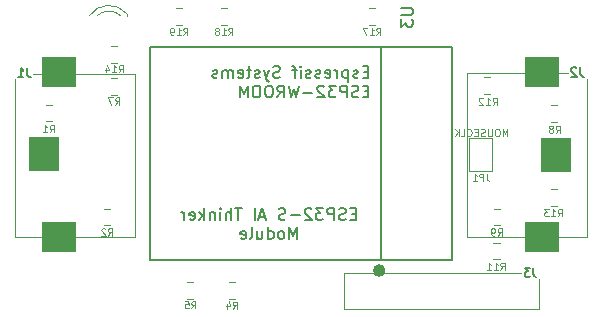
<source format=gbr>
G04 #@! TF.GenerationSoftware,KiCad,Pcbnew,(6.0.1-0)*
G04 #@! TF.CreationDate,2022-03-09T23:30:53+00:00*
G04 #@! TF.ProjectId,sharpkey,73686172-706b-4657-992e-6b696361645f,1.3*
G04 #@! TF.SameCoordinates,Original*
G04 #@! TF.FileFunction,Legend,Bot*
G04 #@! TF.FilePolarity,Positive*
%FSLAX46Y46*%
G04 Gerber Fmt 4.6, Leading zero omitted, Abs format (unit mm)*
G04 Created by KiCad (PCBNEW (6.0.1-0)) date 2022-03-09 23:30:53*
%MOMM*%
%LPD*%
G01*
G04 APERTURE LIST*
%ADD10C,0.120000*%
%ADD11C,0.200000*%
%ADD12C,0.150000*%
%ADD13C,0.100000*%
%ADD14C,0.500000*%
%ADD15R,2.500000X3.000000*%
%ADD16R,3.000000X2.500000*%
G04 APERTURE END LIST*
D10*
X99160000Y-100300000D02*
X99170000Y-86950000D01*
X93620000Y-103360000D02*
X78620000Y-103360000D01*
X59750000Y-81580000D02*
G75*
G03*
X57670000Y-81580000I-1040000J-1085463D01*
G01*
X60270000Y-81590000D02*
X60270000Y-81420000D01*
X89020000Y-100290000D02*
X99160000Y-100300000D01*
X50765000Y-100300000D02*
X50775000Y-86950000D01*
X97600000Y-86360000D02*
X89020000Y-86360000D01*
X60925000Y-86470000D02*
X52300000Y-86470000D01*
X95120000Y-106360000D02*
X78620000Y-106360000D01*
X60925000Y-86470000D02*
X60925000Y-100300000D01*
X60257536Y-81405429D02*
G75*
G03*
X57030000Y-81590000I-1547264J-1255216D01*
G01*
X50765000Y-100300000D02*
X60905000Y-100310000D01*
X95120000Y-106360000D02*
X95120000Y-103850000D01*
X89020000Y-86360000D02*
X89020000Y-100290000D01*
X78620000Y-103360000D02*
X78620000Y-106360000D01*
D11*
X79613333Y-98323571D02*
X79280000Y-98323571D01*
X79137142Y-98847380D02*
X79613333Y-98847380D01*
X79613333Y-97847380D01*
X79137142Y-97847380D01*
X78756190Y-98799761D02*
X78613333Y-98847380D01*
X78375238Y-98847380D01*
X78280000Y-98799761D01*
X78232380Y-98752142D01*
X78184761Y-98656904D01*
X78184761Y-98561666D01*
X78232380Y-98466428D01*
X78280000Y-98418809D01*
X78375238Y-98371190D01*
X78565714Y-98323571D01*
X78660952Y-98275952D01*
X78708571Y-98228333D01*
X78756190Y-98133095D01*
X78756190Y-98037857D01*
X78708571Y-97942619D01*
X78660952Y-97895000D01*
X78565714Y-97847380D01*
X78327619Y-97847380D01*
X78184761Y-97895000D01*
X77756190Y-98847380D02*
X77756190Y-97847380D01*
X77375238Y-97847380D01*
X77280000Y-97895000D01*
X77232380Y-97942619D01*
X77184761Y-98037857D01*
X77184761Y-98180714D01*
X77232380Y-98275952D01*
X77280000Y-98323571D01*
X77375238Y-98371190D01*
X77756190Y-98371190D01*
X76851428Y-97847380D02*
X76232380Y-97847380D01*
X76565714Y-98228333D01*
X76422857Y-98228333D01*
X76327619Y-98275952D01*
X76280000Y-98323571D01*
X76232380Y-98418809D01*
X76232380Y-98656904D01*
X76280000Y-98752142D01*
X76327619Y-98799761D01*
X76422857Y-98847380D01*
X76708571Y-98847380D01*
X76803809Y-98799761D01*
X76851428Y-98752142D01*
X75851428Y-97942619D02*
X75803809Y-97895000D01*
X75708571Y-97847380D01*
X75470476Y-97847380D01*
X75375238Y-97895000D01*
X75327619Y-97942619D01*
X75280000Y-98037857D01*
X75280000Y-98133095D01*
X75327619Y-98275952D01*
X75899047Y-98847380D01*
X75280000Y-98847380D01*
X74851428Y-98466428D02*
X74089523Y-98466428D01*
X73660952Y-98799761D02*
X73518095Y-98847380D01*
X73280000Y-98847380D01*
X73184761Y-98799761D01*
X73137142Y-98752142D01*
X73089523Y-98656904D01*
X73089523Y-98561666D01*
X73137142Y-98466428D01*
X73184761Y-98418809D01*
X73280000Y-98371190D01*
X73470476Y-98323571D01*
X73565714Y-98275952D01*
X73613333Y-98228333D01*
X73660952Y-98133095D01*
X73660952Y-98037857D01*
X73613333Y-97942619D01*
X73565714Y-97895000D01*
X73470476Y-97847380D01*
X73232380Y-97847380D01*
X73089523Y-97895000D01*
X71946666Y-98561666D02*
X71470476Y-98561666D01*
X72041904Y-98847380D02*
X71708571Y-97847380D01*
X71375238Y-98847380D01*
X71041904Y-98847380D02*
X71041904Y-97847380D01*
X69946666Y-97847380D02*
X69375238Y-97847380D01*
X69660952Y-98847380D02*
X69660952Y-97847380D01*
X69041904Y-98847380D02*
X69041904Y-97847380D01*
X68613333Y-98847380D02*
X68613333Y-98323571D01*
X68660952Y-98228333D01*
X68756190Y-98180714D01*
X68899047Y-98180714D01*
X68994285Y-98228333D01*
X69041904Y-98275952D01*
X68137142Y-98847380D02*
X68137142Y-98180714D01*
X68137142Y-97847380D02*
X68184761Y-97895000D01*
X68137142Y-97942619D01*
X68089523Y-97895000D01*
X68137142Y-97847380D01*
X68137142Y-97942619D01*
X67660952Y-98180714D02*
X67660952Y-98847380D01*
X67660952Y-98275952D02*
X67613333Y-98228333D01*
X67518095Y-98180714D01*
X67375238Y-98180714D01*
X67280000Y-98228333D01*
X67232380Y-98323571D01*
X67232380Y-98847380D01*
X66756190Y-98847380D02*
X66756190Y-97847380D01*
X66660952Y-98466428D02*
X66375238Y-98847380D01*
X66375238Y-98180714D02*
X66756190Y-98561666D01*
X65565714Y-98799761D02*
X65660952Y-98847380D01*
X65851428Y-98847380D01*
X65946666Y-98799761D01*
X65994285Y-98704523D01*
X65994285Y-98323571D01*
X65946666Y-98228333D01*
X65851428Y-98180714D01*
X65660952Y-98180714D01*
X65565714Y-98228333D01*
X65518095Y-98323571D01*
X65518095Y-98418809D01*
X65994285Y-98514047D01*
X65089523Y-98847380D02*
X65089523Y-98180714D01*
X65089523Y-98371190D02*
X65041904Y-98275952D01*
X64994285Y-98228333D01*
X64899047Y-98180714D01*
X64803809Y-98180714D01*
X74660952Y-100457380D02*
X74660952Y-99457380D01*
X74327619Y-100171666D01*
X73994285Y-99457380D01*
X73994285Y-100457380D01*
X73375238Y-100457380D02*
X73470476Y-100409761D01*
X73518095Y-100362142D01*
X73565714Y-100266904D01*
X73565714Y-99981190D01*
X73518095Y-99885952D01*
X73470476Y-99838333D01*
X73375238Y-99790714D01*
X73232380Y-99790714D01*
X73137142Y-99838333D01*
X73089523Y-99885952D01*
X73041904Y-99981190D01*
X73041904Y-100266904D01*
X73089523Y-100362142D01*
X73137142Y-100409761D01*
X73232380Y-100457380D01*
X73375238Y-100457380D01*
X72184761Y-100457380D02*
X72184761Y-99457380D01*
X72184761Y-100409761D02*
X72280000Y-100457380D01*
X72470476Y-100457380D01*
X72565714Y-100409761D01*
X72613333Y-100362142D01*
X72660952Y-100266904D01*
X72660952Y-99981190D01*
X72613333Y-99885952D01*
X72565714Y-99838333D01*
X72470476Y-99790714D01*
X72280000Y-99790714D01*
X72184761Y-99838333D01*
X71280000Y-99790714D02*
X71280000Y-100457380D01*
X71708571Y-99790714D02*
X71708571Y-100314523D01*
X71660952Y-100409761D01*
X71565714Y-100457380D01*
X71422857Y-100457380D01*
X71327619Y-100409761D01*
X71280000Y-100362142D01*
X70660952Y-100457380D02*
X70756190Y-100409761D01*
X70803809Y-100314523D01*
X70803809Y-99457380D01*
X69899047Y-100409761D02*
X69994285Y-100457380D01*
X70184761Y-100457380D01*
X70280000Y-100409761D01*
X70327619Y-100314523D01*
X70327619Y-99933571D01*
X70280000Y-99838333D01*
X70184761Y-99790714D01*
X69994285Y-99790714D01*
X69899047Y-99838333D01*
X69851428Y-99933571D01*
X69851428Y-100028809D01*
X70327619Y-100124047D01*
D12*
X98616666Y-85911904D02*
X98616666Y-86483333D01*
X98654761Y-86597619D01*
X98730952Y-86673809D01*
X98845238Y-86711904D01*
X98921428Y-86711904D01*
X98273809Y-85988095D02*
X98235714Y-85950000D01*
X98159523Y-85911904D01*
X97969047Y-85911904D01*
X97892857Y-85950000D01*
X97854761Y-85988095D01*
X97816666Y-86064285D01*
X97816666Y-86140476D01*
X97854761Y-86254761D01*
X98311904Y-86711904D01*
X97816666Y-86711904D01*
X94633333Y-102936666D02*
X94633333Y-103436666D01*
X94666666Y-103536666D01*
X94733333Y-103603333D01*
X94833333Y-103636666D01*
X94900000Y-103636666D01*
X94366666Y-102936666D02*
X93933333Y-102936666D01*
X94166666Y-103203333D01*
X94066666Y-103203333D01*
X94000000Y-103236666D01*
X93966666Y-103270000D01*
X93933333Y-103336666D01*
X93933333Y-103503333D01*
X93966666Y-103570000D01*
X94000000Y-103603333D01*
X94066666Y-103636666D01*
X94266666Y-103636666D01*
X94333333Y-103603333D01*
X94366666Y-103570000D01*
X51816666Y-85961904D02*
X51816666Y-86533333D01*
X51854761Y-86647619D01*
X51930952Y-86723809D01*
X52045238Y-86761904D01*
X52121428Y-86761904D01*
X51016666Y-86761904D02*
X51473809Y-86761904D01*
X51245238Y-86761904D02*
X51245238Y-85961904D01*
X51321428Y-86076190D01*
X51397619Y-86152380D01*
X51473809Y-86190476D01*
D13*
X53700000Y-91421428D02*
X53900000Y-91135714D01*
X54042857Y-91421428D02*
X54042857Y-90821428D01*
X53814285Y-90821428D01*
X53757142Y-90850000D01*
X53728571Y-90878571D01*
X53700000Y-90935714D01*
X53700000Y-91021428D01*
X53728571Y-91078571D01*
X53757142Y-91107142D01*
X53814285Y-91135714D01*
X54042857Y-91135714D01*
X53128571Y-91421428D02*
X53471428Y-91421428D01*
X53300000Y-91421428D02*
X53300000Y-90821428D01*
X53357142Y-90907142D01*
X53414285Y-90964285D01*
X53471428Y-90992857D01*
X58640000Y-100161428D02*
X58840000Y-99875714D01*
X58982857Y-100161428D02*
X58982857Y-99561428D01*
X58754285Y-99561428D01*
X58697142Y-99590000D01*
X58668571Y-99618571D01*
X58640000Y-99675714D01*
X58640000Y-99761428D01*
X58668571Y-99818571D01*
X58697142Y-99847142D01*
X58754285Y-99875714D01*
X58982857Y-99875714D01*
X58411428Y-99618571D02*
X58382857Y-99590000D01*
X58325714Y-99561428D01*
X58182857Y-99561428D01*
X58125714Y-99590000D01*
X58097142Y-99618571D01*
X58068571Y-99675714D01*
X58068571Y-99732857D01*
X58097142Y-99818571D01*
X58440000Y-100161428D01*
X58068571Y-100161428D01*
X69210000Y-106351428D02*
X69410000Y-106065714D01*
X69552857Y-106351428D02*
X69552857Y-105751428D01*
X69324285Y-105751428D01*
X69267142Y-105780000D01*
X69238571Y-105808571D01*
X69210000Y-105865714D01*
X69210000Y-105951428D01*
X69238571Y-106008571D01*
X69267142Y-106037142D01*
X69324285Y-106065714D01*
X69552857Y-106065714D01*
X68695714Y-105951428D02*
X68695714Y-106351428D01*
X68838571Y-105722857D02*
X68981428Y-106151428D01*
X68610000Y-106151428D01*
X65700000Y-106321428D02*
X65900000Y-106035714D01*
X66042857Y-106321428D02*
X66042857Y-105721428D01*
X65814285Y-105721428D01*
X65757142Y-105750000D01*
X65728571Y-105778571D01*
X65700000Y-105835714D01*
X65700000Y-105921428D01*
X65728571Y-105978571D01*
X65757142Y-106007142D01*
X65814285Y-106035714D01*
X66042857Y-106035714D01*
X65157142Y-105721428D02*
X65442857Y-105721428D01*
X65471428Y-106007142D01*
X65442857Y-105978571D01*
X65385714Y-105950000D01*
X65242857Y-105950000D01*
X65185714Y-105978571D01*
X65157142Y-106007142D01*
X65128571Y-106064285D01*
X65128571Y-106207142D01*
X65157142Y-106264285D01*
X65185714Y-106292857D01*
X65242857Y-106321428D01*
X65385714Y-106321428D01*
X65442857Y-106292857D01*
X65471428Y-106264285D01*
X59250000Y-89071428D02*
X59450000Y-88785714D01*
X59592857Y-89071428D02*
X59592857Y-88471428D01*
X59364285Y-88471428D01*
X59307142Y-88500000D01*
X59278571Y-88528571D01*
X59250000Y-88585714D01*
X59250000Y-88671428D01*
X59278571Y-88728571D01*
X59307142Y-88757142D01*
X59364285Y-88785714D01*
X59592857Y-88785714D01*
X59050000Y-88471428D02*
X58650000Y-88471428D01*
X58907142Y-89071428D01*
X96530000Y-91471428D02*
X96730000Y-91185714D01*
X96872857Y-91471428D02*
X96872857Y-90871428D01*
X96644285Y-90871428D01*
X96587142Y-90900000D01*
X96558571Y-90928571D01*
X96530000Y-90985714D01*
X96530000Y-91071428D01*
X96558571Y-91128571D01*
X96587142Y-91157142D01*
X96644285Y-91185714D01*
X96872857Y-91185714D01*
X96187142Y-91128571D02*
X96244285Y-91100000D01*
X96272857Y-91071428D01*
X96301428Y-91014285D01*
X96301428Y-90985714D01*
X96272857Y-90928571D01*
X96244285Y-90900000D01*
X96187142Y-90871428D01*
X96072857Y-90871428D01*
X96015714Y-90900000D01*
X95987142Y-90928571D01*
X95958571Y-90985714D01*
X95958571Y-91014285D01*
X95987142Y-91071428D01*
X96015714Y-91100000D01*
X96072857Y-91128571D01*
X96187142Y-91128571D01*
X96244285Y-91157142D01*
X96272857Y-91185714D01*
X96301428Y-91242857D01*
X96301428Y-91357142D01*
X96272857Y-91414285D01*
X96244285Y-91442857D01*
X96187142Y-91471428D01*
X96072857Y-91471428D01*
X96015714Y-91442857D01*
X95987142Y-91414285D01*
X95958571Y-91357142D01*
X95958571Y-91242857D01*
X95987142Y-91185714D01*
X96015714Y-91157142D01*
X96072857Y-91128571D01*
X96715714Y-98551428D02*
X96915714Y-98265714D01*
X97058571Y-98551428D02*
X97058571Y-97951428D01*
X96830000Y-97951428D01*
X96772857Y-97980000D01*
X96744285Y-98008571D01*
X96715714Y-98065714D01*
X96715714Y-98151428D01*
X96744285Y-98208571D01*
X96772857Y-98237142D01*
X96830000Y-98265714D01*
X97058571Y-98265714D01*
X96144285Y-98551428D02*
X96487142Y-98551428D01*
X96315714Y-98551428D02*
X96315714Y-97951428D01*
X96372857Y-98037142D01*
X96430000Y-98094285D01*
X96487142Y-98122857D01*
X95944285Y-97951428D02*
X95572857Y-97951428D01*
X95772857Y-98180000D01*
X95687142Y-98180000D01*
X95630000Y-98208571D01*
X95601428Y-98237142D01*
X95572857Y-98294285D01*
X95572857Y-98437142D01*
X95601428Y-98494285D01*
X95630000Y-98522857D01*
X95687142Y-98551428D01*
X95858571Y-98551428D01*
X95915714Y-98522857D01*
X95944285Y-98494285D01*
X91195714Y-89101428D02*
X91395714Y-88815714D01*
X91538571Y-89101428D02*
X91538571Y-88501428D01*
X91310000Y-88501428D01*
X91252857Y-88530000D01*
X91224285Y-88558571D01*
X91195714Y-88615714D01*
X91195714Y-88701428D01*
X91224285Y-88758571D01*
X91252857Y-88787142D01*
X91310000Y-88815714D01*
X91538571Y-88815714D01*
X90624285Y-89101428D02*
X90967142Y-89101428D01*
X90795714Y-89101428D02*
X90795714Y-88501428D01*
X90852857Y-88587142D01*
X90910000Y-88644285D01*
X90967142Y-88672857D01*
X90395714Y-88558571D02*
X90367142Y-88530000D01*
X90310000Y-88501428D01*
X90167142Y-88501428D01*
X90110000Y-88530000D01*
X90081428Y-88558571D01*
X90052857Y-88615714D01*
X90052857Y-88672857D01*
X90081428Y-88758571D01*
X90424285Y-89101428D01*
X90052857Y-89101428D01*
X81355714Y-83181428D02*
X81555714Y-82895714D01*
X81698571Y-83181428D02*
X81698571Y-82581428D01*
X81470000Y-82581428D01*
X81412857Y-82610000D01*
X81384285Y-82638571D01*
X81355714Y-82695714D01*
X81355714Y-82781428D01*
X81384285Y-82838571D01*
X81412857Y-82867142D01*
X81470000Y-82895714D01*
X81698571Y-82895714D01*
X80784285Y-83181428D02*
X81127142Y-83181428D01*
X80955714Y-83181428D02*
X80955714Y-82581428D01*
X81012857Y-82667142D01*
X81070000Y-82724285D01*
X81127142Y-82752857D01*
X80584285Y-82581428D02*
X80184285Y-82581428D01*
X80441428Y-83181428D01*
X91620000Y-100161428D02*
X91820000Y-99875714D01*
X91962857Y-100161428D02*
X91962857Y-99561428D01*
X91734285Y-99561428D01*
X91677142Y-99590000D01*
X91648571Y-99618571D01*
X91620000Y-99675714D01*
X91620000Y-99761428D01*
X91648571Y-99818571D01*
X91677142Y-99847142D01*
X91734285Y-99875714D01*
X91962857Y-99875714D01*
X91334285Y-100161428D02*
X91220000Y-100161428D01*
X91162857Y-100132857D01*
X91134285Y-100104285D01*
X91077142Y-100018571D01*
X91048571Y-99904285D01*
X91048571Y-99675714D01*
X91077142Y-99618571D01*
X91105714Y-99590000D01*
X91162857Y-99561428D01*
X91277142Y-99561428D01*
X91334285Y-99590000D01*
X91362857Y-99618571D01*
X91391428Y-99675714D01*
X91391428Y-99818571D01*
X91362857Y-99875714D01*
X91334285Y-99904285D01*
X91277142Y-99932857D01*
X91162857Y-99932857D01*
X91105714Y-99904285D01*
X91077142Y-99875714D01*
X91048571Y-99818571D01*
D12*
X83449380Y-80901095D02*
X84258904Y-80901095D01*
X84354142Y-80948714D01*
X84401761Y-80996333D01*
X84449380Y-81091571D01*
X84449380Y-81282047D01*
X84401761Y-81377285D01*
X84354142Y-81424904D01*
X84258904Y-81472523D01*
X83449380Y-81472523D01*
X83449380Y-81853476D02*
X83449380Y-82472523D01*
X83830333Y-82139190D01*
X83830333Y-82282047D01*
X83877952Y-82377285D01*
X83925571Y-82424904D01*
X84020809Y-82472523D01*
X84258904Y-82472523D01*
X84354142Y-82424904D01*
X84401761Y-82377285D01*
X84449380Y-82282047D01*
X84449380Y-81996333D01*
X84401761Y-81901095D01*
X84354142Y-81853476D01*
X80686380Y-87941571D02*
X80353047Y-87941571D01*
X80210190Y-88465380D02*
X80686380Y-88465380D01*
X80686380Y-87465380D01*
X80210190Y-87465380D01*
X79829238Y-88417761D02*
X79686380Y-88465380D01*
X79448285Y-88465380D01*
X79353047Y-88417761D01*
X79305428Y-88370142D01*
X79257809Y-88274904D01*
X79257809Y-88179666D01*
X79305428Y-88084428D01*
X79353047Y-88036809D01*
X79448285Y-87989190D01*
X79638761Y-87941571D01*
X79734000Y-87893952D01*
X79781619Y-87846333D01*
X79829238Y-87751095D01*
X79829238Y-87655857D01*
X79781619Y-87560619D01*
X79734000Y-87513000D01*
X79638761Y-87465380D01*
X79400666Y-87465380D01*
X79257809Y-87513000D01*
X78829238Y-88465380D02*
X78829238Y-87465380D01*
X78448285Y-87465380D01*
X78353047Y-87513000D01*
X78305428Y-87560619D01*
X78257809Y-87655857D01*
X78257809Y-87798714D01*
X78305428Y-87893952D01*
X78353047Y-87941571D01*
X78448285Y-87989190D01*
X78829238Y-87989190D01*
X77924476Y-87465380D02*
X77305428Y-87465380D01*
X77638761Y-87846333D01*
X77495904Y-87846333D01*
X77400666Y-87893952D01*
X77353047Y-87941571D01*
X77305428Y-88036809D01*
X77305428Y-88274904D01*
X77353047Y-88370142D01*
X77400666Y-88417761D01*
X77495904Y-88465380D01*
X77781619Y-88465380D01*
X77876857Y-88417761D01*
X77924476Y-88370142D01*
X76924476Y-87560619D02*
X76876857Y-87513000D01*
X76781619Y-87465380D01*
X76543523Y-87465380D01*
X76448285Y-87513000D01*
X76400666Y-87560619D01*
X76353047Y-87655857D01*
X76353047Y-87751095D01*
X76400666Y-87893952D01*
X76972095Y-88465380D01*
X76353047Y-88465380D01*
X75924476Y-88084428D02*
X75162571Y-88084428D01*
X74781619Y-87465380D02*
X74543523Y-88465380D01*
X74353047Y-87751095D01*
X74162571Y-88465380D01*
X73924476Y-87465380D01*
X72972095Y-88465380D02*
X73305428Y-87989190D01*
X73543523Y-88465380D02*
X73543523Y-87465380D01*
X73162571Y-87465380D01*
X73067333Y-87513000D01*
X73019714Y-87560619D01*
X72972095Y-87655857D01*
X72972095Y-87798714D01*
X73019714Y-87893952D01*
X73067333Y-87941571D01*
X73162571Y-87989190D01*
X73543523Y-87989190D01*
X72353047Y-87465380D02*
X72162571Y-87465380D01*
X72067333Y-87513000D01*
X71972095Y-87608238D01*
X71924476Y-87798714D01*
X71924476Y-88132047D01*
X71972095Y-88322523D01*
X72067333Y-88417761D01*
X72162571Y-88465380D01*
X72353047Y-88465380D01*
X72448285Y-88417761D01*
X72543523Y-88322523D01*
X72591142Y-88132047D01*
X72591142Y-87798714D01*
X72543523Y-87608238D01*
X72448285Y-87513000D01*
X72353047Y-87465380D01*
X71305428Y-87465380D02*
X71114952Y-87465380D01*
X71019714Y-87513000D01*
X70924476Y-87608238D01*
X70876857Y-87798714D01*
X70876857Y-88132047D01*
X70924476Y-88322523D01*
X71019714Y-88417761D01*
X71114952Y-88465380D01*
X71305428Y-88465380D01*
X71400666Y-88417761D01*
X71495904Y-88322523D01*
X71543523Y-88132047D01*
X71543523Y-87798714D01*
X71495904Y-87608238D01*
X71400666Y-87513000D01*
X71305428Y-87465380D01*
X70448285Y-88465380D02*
X70448285Y-87465380D01*
X70114952Y-88179666D01*
X69781619Y-87465380D01*
X69781619Y-88465380D01*
X80662428Y-86290571D02*
X80329095Y-86290571D01*
X80186238Y-86814380D02*
X80662428Y-86814380D01*
X80662428Y-85814380D01*
X80186238Y-85814380D01*
X79805285Y-86766761D02*
X79710047Y-86814380D01*
X79519571Y-86814380D01*
X79424333Y-86766761D01*
X79376714Y-86671523D01*
X79376714Y-86623904D01*
X79424333Y-86528666D01*
X79519571Y-86481047D01*
X79662428Y-86481047D01*
X79757666Y-86433428D01*
X79805285Y-86338190D01*
X79805285Y-86290571D01*
X79757666Y-86195333D01*
X79662428Y-86147714D01*
X79519571Y-86147714D01*
X79424333Y-86195333D01*
X78948142Y-86147714D02*
X78948142Y-87147714D01*
X78948142Y-86195333D02*
X78852904Y-86147714D01*
X78662428Y-86147714D01*
X78567190Y-86195333D01*
X78519571Y-86242952D01*
X78471952Y-86338190D01*
X78471952Y-86623904D01*
X78519571Y-86719142D01*
X78567190Y-86766761D01*
X78662428Y-86814380D01*
X78852904Y-86814380D01*
X78948142Y-86766761D01*
X78043380Y-86814380D02*
X78043380Y-86147714D01*
X78043380Y-86338190D02*
X77995761Y-86242952D01*
X77948142Y-86195333D01*
X77852904Y-86147714D01*
X77757666Y-86147714D01*
X77043380Y-86766761D02*
X77138619Y-86814380D01*
X77329095Y-86814380D01*
X77424333Y-86766761D01*
X77471952Y-86671523D01*
X77471952Y-86290571D01*
X77424333Y-86195333D01*
X77329095Y-86147714D01*
X77138619Y-86147714D01*
X77043380Y-86195333D01*
X76995761Y-86290571D01*
X76995761Y-86385809D01*
X77471952Y-86481047D01*
X76614809Y-86766761D02*
X76519571Y-86814380D01*
X76329095Y-86814380D01*
X76233857Y-86766761D01*
X76186238Y-86671523D01*
X76186238Y-86623904D01*
X76233857Y-86528666D01*
X76329095Y-86481047D01*
X76471952Y-86481047D01*
X76567190Y-86433428D01*
X76614809Y-86338190D01*
X76614809Y-86290571D01*
X76567190Y-86195333D01*
X76471952Y-86147714D01*
X76329095Y-86147714D01*
X76233857Y-86195333D01*
X75805285Y-86766761D02*
X75710047Y-86814380D01*
X75519571Y-86814380D01*
X75424333Y-86766761D01*
X75376714Y-86671523D01*
X75376714Y-86623904D01*
X75424333Y-86528666D01*
X75519571Y-86481047D01*
X75662428Y-86481047D01*
X75757666Y-86433428D01*
X75805285Y-86338190D01*
X75805285Y-86290571D01*
X75757666Y-86195333D01*
X75662428Y-86147714D01*
X75519571Y-86147714D01*
X75424333Y-86195333D01*
X74948142Y-86814380D02*
X74948142Y-86147714D01*
X74948142Y-85814380D02*
X74995761Y-85862000D01*
X74948142Y-85909619D01*
X74900523Y-85862000D01*
X74948142Y-85814380D01*
X74948142Y-85909619D01*
X74614809Y-86147714D02*
X74233857Y-86147714D01*
X74471952Y-86814380D02*
X74471952Y-85957238D01*
X74424333Y-85862000D01*
X74329095Y-85814380D01*
X74233857Y-85814380D01*
X73186238Y-86766761D02*
X73043380Y-86814380D01*
X72805285Y-86814380D01*
X72710047Y-86766761D01*
X72662428Y-86719142D01*
X72614809Y-86623904D01*
X72614809Y-86528666D01*
X72662428Y-86433428D01*
X72710047Y-86385809D01*
X72805285Y-86338190D01*
X72995761Y-86290571D01*
X73091000Y-86242952D01*
X73138619Y-86195333D01*
X73186238Y-86100095D01*
X73186238Y-86004857D01*
X73138619Y-85909619D01*
X73091000Y-85862000D01*
X72995761Y-85814380D01*
X72757666Y-85814380D01*
X72614809Y-85862000D01*
X72281476Y-86147714D02*
X72043380Y-86814380D01*
X71805285Y-86147714D02*
X72043380Y-86814380D01*
X72138619Y-87052476D01*
X72186238Y-87100095D01*
X72281476Y-87147714D01*
X71471952Y-86766761D02*
X71376714Y-86814380D01*
X71186238Y-86814380D01*
X71091000Y-86766761D01*
X71043380Y-86671523D01*
X71043380Y-86623904D01*
X71091000Y-86528666D01*
X71186238Y-86481047D01*
X71329095Y-86481047D01*
X71424333Y-86433428D01*
X71471952Y-86338190D01*
X71471952Y-86290571D01*
X71424333Y-86195333D01*
X71329095Y-86147714D01*
X71186238Y-86147714D01*
X71091000Y-86195333D01*
X70757666Y-86147714D02*
X70376714Y-86147714D01*
X70614809Y-85814380D02*
X70614809Y-86671523D01*
X70567190Y-86766761D01*
X70471952Y-86814380D01*
X70376714Y-86814380D01*
X69662428Y-86766761D02*
X69757666Y-86814380D01*
X69948142Y-86814380D01*
X70043380Y-86766761D01*
X70091000Y-86671523D01*
X70091000Y-86290571D01*
X70043380Y-86195333D01*
X69948142Y-86147714D01*
X69757666Y-86147714D01*
X69662428Y-86195333D01*
X69614809Y-86290571D01*
X69614809Y-86385809D01*
X70091000Y-86481047D01*
X69186238Y-86814380D02*
X69186238Y-86147714D01*
X69186238Y-86242952D02*
X69138619Y-86195333D01*
X69043380Y-86147714D01*
X68900523Y-86147714D01*
X68805285Y-86195333D01*
X68757666Y-86290571D01*
X68757666Y-86814380D01*
X68757666Y-86290571D02*
X68710047Y-86195333D01*
X68614809Y-86147714D01*
X68471952Y-86147714D01*
X68376714Y-86195333D01*
X68329095Y-86290571D01*
X68329095Y-86814380D01*
X67900523Y-86766761D02*
X67805285Y-86814380D01*
X67614809Y-86814380D01*
X67519571Y-86766761D01*
X67471952Y-86671523D01*
X67471952Y-86623904D01*
X67519571Y-86528666D01*
X67614809Y-86481047D01*
X67757666Y-86481047D01*
X67852904Y-86433428D01*
X67900523Y-86338190D01*
X67900523Y-86290571D01*
X67852904Y-86195333D01*
X67757666Y-86147714D01*
X67614809Y-86147714D01*
X67519571Y-86195333D01*
D13*
X91865714Y-103051428D02*
X92065714Y-102765714D01*
X92208571Y-103051428D02*
X92208571Y-102451428D01*
X91980000Y-102451428D01*
X91922857Y-102480000D01*
X91894285Y-102508571D01*
X91865714Y-102565714D01*
X91865714Y-102651428D01*
X91894285Y-102708571D01*
X91922857Y-102737142D01*
X91980000Y-102765714D01*
X92208571Y-102765714D01*
X91294285Y-103051428D02*
X91637142Y-103051428D01*
X91465714Y-103051428D02*
X91465714Y-102451428D01*
X91522857Y-102537142D01*
X91580000Y-102594285D01*
X91637142Y-102622857D01*
X90722857Y-103051428D02*
X91065714Y-103051428D01*
X90894285Y-103051428D02*
X90894285Y-102451428D01*
X90951428Y-102537142D01*
X91008571Y-102594285D01*
X91065714Y-102622857D01*
X59535714Y-86351428D02*
X59735714Y-86065714D01*
X59878571Y-86351428D02*
X59878571Y-85751428D01*
X59650000Y-85751428D01*
X59592857Y-85780000D01*
X59564285Y-85808571D01*
X59535714Y-85865714D01*
X59535714Y-85951428D01*
X59564285Y-86008571D01*
X59592857Y-86037142D01*
X59650000Y-86065714D01*
X59878571Y-86065714D01*
X58964285Y-86351428D02*
X59307142Y-86351428D01*
X59135714Y-86351428D02*
X59135714Y-85751428D01*
X59192857Y-85837142D01*
X59250000Y-85894285D01*
X59307142Y-85922857D01*
X58450000Y-85951428D02*
X58450000Y-86351428D01*
X58592857Y-85722857D02*
X58735714Y-86151428D01*
X58364285Y-86151428D01*
X68825714Y-83181428D02*
X69025714Y-82895714D01*
X69168571Y-83181428D02*
X69168571Y-82581428D01*
X68940000Y-82581428D01*
X68882857Y-82610000D01*
X68854285Y-82638571D01*
X68825714Y-82695714D01*
X68825714Y-82781428D01*
X68854285Y-82838571D01*
X68882857Y-82867142D01*
X68940000Y-82895714D01*
X69168571Y-82895714D01*
X68254285Y-83181428D02*
X68597142Y-83181428D01*
X68425714Y-83181428D02*
X68425714Y-82581428D01*
X68482857Y-82667142D01*
X68540000Y-82724285D01*
X68597142Y-82752857D01*
X67911428Y-82838571D02*
X67968571Y-82810000D01*
X67997142Y-82781428D01*
X68025714Y-82724285D01*
X68025714Y-82695714D01*
X67997142Y-82638571D01*
X67968571Y-82610000D01*
X67911428Y-82581428D01*
X67797142Y-82581428D01*
X67740000Y-82610000D01*
X67711428Y-82638571D01*
X67682857Y-82695714D01*
X67682857Y-82724285D01*
X67711428Y-82781428D01*
X67740000Y-82810000D01*
X67797142Y-82838571D01*
X67911428Y-82838571D01*
X67968571Y-82867142D01*
X67997142Y-82895714D01*
X68025714Y-82952857D01*
X68025714Y-83067142D01*
X67997142Y-83124285D01*
X67968571Y-83152857D01*
X67911428Y-83181428D01*
X67797142Y-83181428D01*
X67740000Y-83152857D01*
X67711428Y-83124285D01*
X67682857Y-83067142D01*
X67682857Y-82952857D01*
X67711428Y-82895714D01*
X67740000Y-82867142D01*
X67797142Y-82838571D01*
X65015714Y-83181428D02*
X65215714Y-82895714D01*
X65358571Y-83181428D02*
X65358571Y-82581428D01*
X65130000Y-82581428D01*
X65072857Y-82610000D01*
X65044285Y-82638571D01*
X65015714Y-82695714D01*
X65015714Y-82781428D01*
X65044285Y-82838571D01*
X65072857Y-82867142D01*
X65130000Y-82895714D01*
X65358571Y-82895714D01*
X64444285Y-83181428D02*
X64787142Y-83181428D01*
X64615714Y-83181428D02*
X64615714Y-82581428D01*
X64672857Y-82667142D01*
X64730000Y-82724285D01*
X64787142Y-82752857D01*
X64158571Y-83181428D02*
X64044285Y-83181428D01*
X63987142Y-83152857D01*
X63958571Y-83124285D01*
X63901428Y-83038571D01*
X63872857Y-82924285D01*
X63872857Y-82695714D01*
X63901428Y-82638571D01*
X63930000Y-82610000D01*
X63987142Y-82581428D01*
X64101428Y-82581428D01*
X64158571Y-82610000D01*
X64187142Y-82638571D01*
X64215714Y-82695714D01*
X64215714Y-82838571D01*
X64187142Y-82895714D01*
X64158571Y-82924285D01*
X64101428Y-82952857D01*
X63987142Y-82952857D01*
X63930000Y-82924285D01*
X63901428Y-82895714D01*
X63872857Y-82838571D01*
X90700000Y-94931428D02*
X90700000Y-95360000D01*
X90728571Y-95445714D01*
X90785714Y-95502857D01*
X90871428Y-95531428D01*
X90928571Y-95531428D01*
X90414285Y-95531428D02*
X90414285Y-94931428D01*
X90185714Y-94931428D01*
X90128571Y-94960000D01*
X90100000Y-94988571D01*
X90071428Y-95045714D01*
X90071428Y-95131428D01*
X90100000Y-95188571D01*
X90128571Y-95217142D01*
X90185714Y-95245714D01*
X90414285Y-95245714D01*
X89500000Y-95531428D02*
X89842857Y-95531428D01*
X89671428Y-95531428D02*
X89671428Y-94931428D01*
X89728571Y-95017142D01*
X89785714Y-95074285D01*
X89842857Y-95102857D01*
X92458571Y-91751428D02*
X92458571Y-91151428D01*
X92258571Y-91580000D01*
X92058571Y-91151428D01*
X92058571Y-91751428D01*
X91658571Y-91151428D02*
X91544285Y-91151428D01*
X91487142Y-91180000D01*
X91430000Y-91237142D01*
X91401428Y-91351428D01*
X91401428Y-91551428D01*
X91430000Y-91665714D01*
X91487142Y-91722857D01*
X91544285Y-91751428D01*
X91658571Y-91751428D01*
X91715714Y-91722857D01*
X91772857Y-91665714D01*
X91801428Y-91551428D01*
X91801428Y-91351428D01*
X91772857Y-91237142D01*
X91715714Y-91180000D01*
X91658571Y-91151428D01*
X91144285Y-91151428D02*
X91144285Y-91637142D01*
X91115714Y-91694285D01*
X91087142Y-91722857D01*
X91030000Y-91751428D01*
X90915714Y-91751428D01*
X90858571Y-91722857D01*
X90830000Y-91694285D01*
X90801428Y-91637142D01*
X90801428Y-91151428D01*
X90544285Y-91722857D02*
X90458571Y-91751428D01*
X90315714Y-91751428D01*
X90258571Y-91722857D01*
X90230000Y-91694285D01*
X90201428Y-91637142D01*
X90201428Y-91580000D01*
X90230000Y-91522857D01*
X90258571Y-91494285D01*
X90315714Y-91465714D01*
X90430000Y-91437142D01*
X90487142Y-91408571D01*
X90515714Y-91380000D01*
X90544285Y-91322857D01*
X90544285Y-91265714D01*
X90515714Y-91208571D01*
X90487142Y-91180000D01*
X90430000Y-91151428D01*
X90287142Y-91151428D01*
X90201428Y-91180000D01*
X89944285Y-91437142D02*
X89744285Y-91437142D01*
X89658571Y-91751428D02*
X89944285Y-91751428D01*
X89944285Y-91151428D01*
X89658571Y-91151428D01*
X89058571Y-91694285D02*
X89087142Y-91722857D01*
X89172857Y-91751428D01*
X89230000Y-91751428D01*
X89315714Y-91722857D01*
X89372857Y-91665714D01*
X89401428Y-91608571D01*
X89430000Y-91494285D01*
X89430000Y-91408571D01*
X89401428Y-91294285D01*
X89372857Y-91237142D01*
X89315714Y-91180000D01*
X89230000Y-91151428D01*
X89172857Y-91151428D01*
X89087142Y-91180000D01*
X89058571Y-91208571D01*
X88515714Y-91751428D02*
X88801428Y-91751428D01*
X88801428Y-91151428D01*
X88315714Y-91751428D02*
X88315714Y-91151428D01*
X87972857Y-91751428D02*
X88230000Y-91408571D01*
X87972857Y-91151428D02*
X88315714Y-91494285D01*
D10*
X53898578Y-89070000D02*
X53381422Y-89070000D01*
X53898578Y-90490000D02*
X53381422Y-90490000D01*
X58281422Y-97890000D02*
X58798578Y-97890000D01*
X58281422Y-99310000D02*
X58798578Y-99310000D01*
X68841422Y-105530000D02*
X69358578Y-105530000D01*
X68841422Y-104110000D02*
X69358578Y-104110000D01*
X65321422Y-104110000D02*
X65838578Y-104110000D01*
X65321422Y-105530000D02*
X65838578Y-105530000D01*
X59408578Y-86840000D02*
X58891422Y-86840000D01*
X59408578Y-88260000D02*
X58891422Y-88260000D01*
X96668578Y-90510000D02*
X96151422Y-90510000D01*
X96668578Y-89090000D02*
X96151422Y-89090000D01*
X96121422Y-97630000D02*
X96638578Y-97630000D01*
X96121422Y-96210000D02*
X96638578Y-96210000D01*
X90998578Y-86720000D02*
X90481422Y-86720000D01*
X90998578Y-88140000D02*
X90481422Y-88140000D01*
X80731422Y-80890000D02*
X81248578Y-80890000D01*
X80731422Y-82310000D02*
X81248578Y-82310000D01*
X91291422Y-97880000D02*
X91808578Y-97880000D01*
X91291422Y-99300000D02*
X91808578Y-99300000D01*
D12*
X81730000Y-84220000D02*
X81730000Y-102220000D01*
X87730000Y-84220000D02*
X62230000Y-84220000D01*
X87730000Y-84220000D02*
X87730000Y-102220000D01*
X87730000Y-102220000D02*
X62230000Y-102220000D01*
X62230000Y-84220000D02*
X62230000Y-102220000D01*
D14*
X81867981Y-103126000D02*
G75*
G03*
X81867981Y-103126000I-283981J0D01*
G01*
D10*
X91271422Y-100760000D02*
X91788578Y-100760000D01*
X91271422Y-102180000D02*
X91788578Y-102180000D01*
X59428578Y-85550000D02*
X58911422Y-85550000D01*
X59428578Y-84130000D02*
X58911422Y-84130000D01*
X68718578Y-80890000D02*
X68201422Y-80890000D01*
X68718578Y-82310000D02*
X68201422Y-82310000D01*
X64381422Y-80890000D02*
X64898578Y-80890000D01*
X64381422Y-82310000D02*
X64898578Y-82310000D01*
X89170000Y-94720000D02*
X91170000Y-94720000D01*
X89170000Y-91920000D02*
X89170000Y-94720000D01*
X91170000Y-91920000D02*
X89170000Y-91920000D01*
X91170000Y-94720000D02*
X91170000Y-91920000D01*
D15*
X96567800Y-93320000D03*
D16*
X95360000Y-100305000D03*
X95360000Y-86335000D03*
X54460000Y-86285000D03*
D15*
X53252200Y-93270000D03*
D16*
X54460000Y-100255000D03*
M02*

</source>
